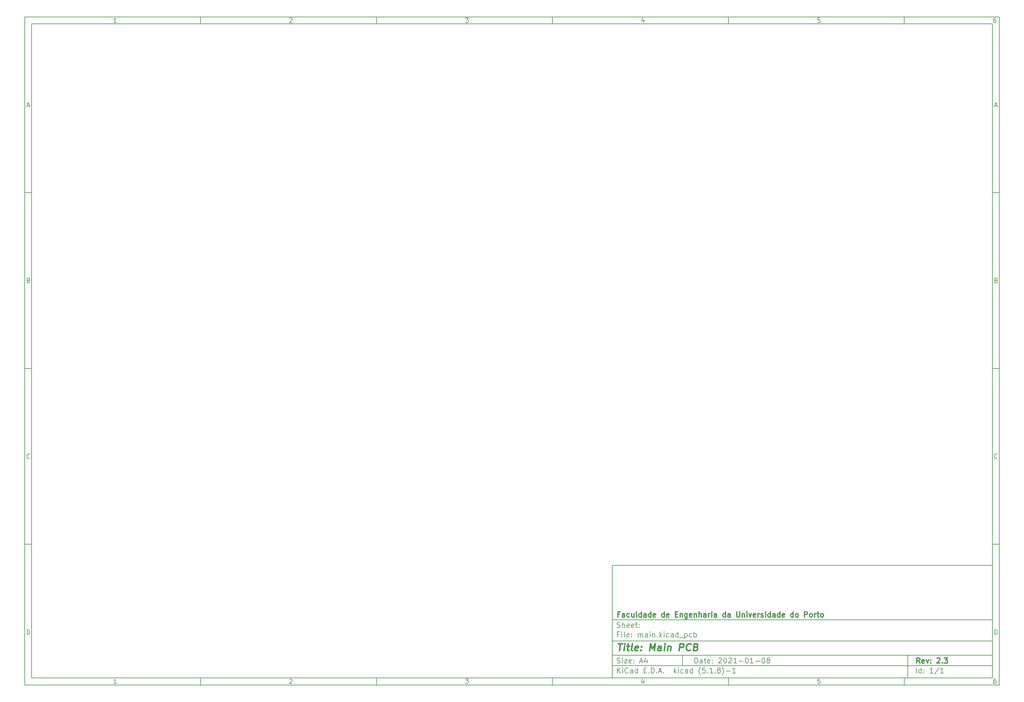
<source format=gbr>
%TF.GenerationSoftware,KiCad,Pcbnew,(5.1.8)-1*%
%TF.CreationDate,2021-01-08T10:56:16+00:00*%
%TF.ProjectId,main,6d61696e-2e6b-4696-9361-645f70636258,2.3*%
%TF.SameCoordinates,Original*%
%TF.FileFunction,Paste,Top*%
%TF.FilePolarity,Positive*%
%FSLAX46Y46*%
G04 Gerber Fmt 4.6, Leading zero omitted, Abs format (unit mm)*
G04 Created by KiCad (PCBNEW (5.1.8)-1) date 2021-01-08 10:56:16*
%MOMM*%
%LPD*%
G01*
G04 APERTURE LIST*
%ADD10C,0.100000*%
%ADD11C,0.150000*%
%ADD12C,0.300000*%
%ADD13C,0.400000*%
G04 APERTURE END LIST*
D10*
D11*
X177002200Y-166007200D02*
X177002200Y-198007200D01*
X285002200Y-198007200D01*
X285002200Y-166007200D01*
X177002200Y-166007200D01*
D10*
D11*
X10000000Y-10000000D02*
X10000000Y-200007200D01*
X287002200Y-200007200D01*
X287002200Y-10000000D01*
X10000000Y-10000000D01*
D10*
D11*
X12000000Y-12000000D02*
X12000000Y-198007200D01*
X285002200Y-198007200D01*
X285002200Y-12000000D01*
X12000000Y-12000000D01*
D10*
D11*
X60000000Y-12000000D02*
X60000000Y-10000000D01*
D10*
D11*
X110000000Y-12000000D02*
X110000000Y-10000000D01*
D10*
D11*
X160000000Y-12000000D02*
X160000000Y-10000000D01*
D10*
D11*
X210000000Y-12000000D02*
X210000000Y-10000000D01*
D10*
D11*
X260000000Y-12000000D02*
X260000000Y-10000000D01*
D10*
D11*
X36065476Y-11588095D02*
X35322619Y-11588095D01*
X35694047Y-11588095D02*
X35694047Y-10288095D01*
X35570238Y-10473809D01*
X35446428Y-10597619D01*
X35322619Y-10659523D01*
D10*
D11*
X85322619Y-10411904D02*
X85384523Y-10350000D01*
X85508333Y-10288095D01*
X85817857Y-10288095D01*
X85941666Y-10350000D01*
X86003571Y-10411904D01*
X86065476Y-10535714D01*
X86065476Y-10659523D01*
X86003571Y-10845238D01*
X85260714Y-11588095D01*
X86065476Y-11588095D01*
D10*
D11*
X135260714Y-10288095D02*
X136065476Y-10288095D01*
X135632142Y-10783333D01*
X135817857Y-10783333D01*
X135941666Y-10845238D01*
X136003571Y-10907142D01*
X136065476Y-11030952D01*
X136065476Y-11340476D01*
X136003571Y-11464285D01*
X135941666Y-11526190D01*
X135817857Y-11588095D01*
X135446428Y-11588095D01*
X135322619Y-11526190D01*
X135260714Y-11464285D01*
D10*
D11*
X185941666Y-10721428D02*
X185941666Y-11588095D01*
X185632142Y-10226190D02*
X185322619Y-11154761D01*
X186127380Y-11154761D01*
D10*
D11*
X236003571Y-10288095D02*
X235384523Y-10288095D01*
X235322619Y-10907142D01*
X235384523Y-10845238D01*
X235508333Y-10783333D01*
X235817857Y-10783333D01*
X235941666Y-10845238D01*
X236003571Y-10907142D01*
X236065476Y-11030952D01*
X236065476Y-11340476D01*
X236003571Y-11464285D01*
X235941666Y-11526190D01*
X235817857Y-11588095D01*
X235508333Y-11588095D01*
X235384523Y-11526190D01*
X235322619Y-11464285D01*
D10*
D11*
X285941666Y-10288095D02*
X285694047Y-10288095D01*
X285570238Y-10350000D01*
X285508333Y-10411904D01*
X285384523Y-10597619D01*
X285322619Y-10845238D01*
X285322619Y-11340476D01*
X285384523Y-11464285D01*
X285446428Y-11526190D01*
X285570238Y-11588095D01*
X285817857Y-11588095D01*
X285941666Y-11526190D01*
X286003571Y-11464285D01*
X286065476Y-11340476D01*
X286065476Y-11030952D01*
X286003571Y-10907142D01*
X285941666Y-10845238D01*
X285817857Y-10783333D01*
X285570238Y-10783333D01*
X285446428Y-10845238D01*
X285384523Y-10907142D01*
X285322619Y-11030952D01*
D10*
D11*
X60000000Y-198007200D02*
X60000000Y-200007200D01*
D10*
D11*
X110000000Y-198007200D02*
X110000000Y-200007200D01*
D10*
D11*
X160000000Y-198007200D02*
X160000000Y-200007200D01*
D10*
D11*
X210000000Y-198007200D02*
X210000000Y-200007200D01*
D10*
D11*
X260000000Y-198007200D02*
X260000000Y-200007200D01*
D10*
D11*
X36065476Y-199595295D02*
X35322619Y-199595295D01*
X35694047Y-199595295D02*
X35694047Y-198295295D01*
X35570238Y-198481009D01*
X35446428Y-198604819D01*
X35322619Y-198666723D01*
D10*
D11*
X85322619Y-198419104D02*
X85384523Y-198357200D01*
X85508333Y-198295295D01*
X85817857Y-198295295D01*
X85941666Y-198357200D01*
X86003571Y-198419104D01*
X86065476Y-198542914D01*
X86065476Y-198666723D01*
X86003571Y-198852438D01*
X85260714Y-199595295D01*
X86065476Y-199595295D01*
D10*
D11*
X135260714Y-198295295D02*
X136065476Y-198295295D01*
X135632142Y-198790533D01*
X135817857Y-198790533D01*
X135941666Y-198852438D01*
X136003571Y-198914342D01*
X136065476Y-199038152D01*
X136065476Y-199347676D01*
X136003571Y-199471485D01*
X135941666Y-199533390D01*
X135817857Y-199595295D01*
X135446428Y-199595295D01*
X135322619Y-199533390D01*
X135260714Y-199471485D01*
D10*
D11*
X185941666Y-198728628D02*
X185941666Y-199595295D01*
X185632142Y-198233390D02*
X185322619Y-199161961D01*
X186127380Y-199161961D01*
D10*
D11*
X236003571Y-198295295D02*
X235384523Y-198295295D01*
X235322619Y-198914342D01*
X235384523Y-198852438D01*
X235508333Y-198790533D01*
X235817857Y-198790533D01*
X235941666Y-198852438D01*
X236003571Y-198914342D01*
X236065476Y-199038152D01*
X236065476Y-199347676D01*
X236003571Y-199471485D01*
X235941666Y-199533390D01*
X235817857Y-199595295D01*
X235508333Y-199595295D01*
X235384523Y-199533390D01*
X235322619Y-199471485D01*
D10*
D11*
X285941666Y-198295295D02*
X285694047Y-198295295D01*
X285570238Y-198357200D01*
X285508333Y-198419104D01*
X285384523Y-198604819D01*
X285322619Y-198852438D01*
X285322619Y-199347676D01*
X285384523Y-199471485D01*
X285446428Y-199533390D01*
X285570238Y-199595295D01*
X285817857Y-199595295D01*
X285941666Y-199533390D01*
X286003571Y-199471485D01*
X286065476Y-199347676D01*
X286065476Y-199038152D01*
X286003571Y-198914342D01*
X285941666Y-198852438D01*
X285817857Y-198790533D01*
X285570238Y-198790533D01*
X285446428Y-198852438D01*
X285384523Y-198914342D01*
X285322619Y-199038152D01*
D10*
D11*
X10000000Y-60000000D02*
X12000000Y-60000000D01*
D10*
D11*
X10000000Y-110000000D02*
X12000000Y-110000000D01*
D10*
D11*
X10000000Y-160000000D02*
X12000000Y-160000000D01*
D10*
D11*
X10690476Y-35216666D02*
X11309523Y-35216666D01*
X10566666Y-35588095D02*
X11000000Y-34288095D01*
X11433333Y-35588095D01*
D10*
D11*
X11092857Y-84907142D02*
X11278571Y-84969047D01*
X11340476Y-85030952D01*
X11402380Y-85154761D01*
X11402380Y-85340476D01*
X11340476Y-85464285D01*
X11278571Y-85526190D01*
X11154761Y-85588095D01*
X10659523Y-85588095D01*
X10659523Y-84288095D01*
X11092857Y-84288095D01*
X11216666Y-84350000D01*
X11278571Y-84411904D01*
X11340476Y-84535714D01*
X11340476Y-84659523D01*
X11278571Y-84783333D01*
X11216666Y-84845238D01*
X11092857Y-84907142D01*
X10659523Y-84907142D01*
D10*
D11*
X11402380Y-135464285D02*
X11340476Y-135526190D01*
X11154761Y-135588095D01*
X11030952Y-135588095D01*
X10845238Y-135526190D01*
X10721428Y-135402380D01*
X10659523Y-135278571D01*
X10597619Y-135030952D01*
X10597619Y-134845238D01*
X10659523Y-134597619D01*
X10721428Y-134473809D01*
X10845238Y-134350000D01*
X11030952Y-134288095D01*
X11154761Y-134288095D01*
X11340476Y-134350000D01*
X11402380Y-134411904D01*
D10*
D11*
X10659523Y-185588095D02*
X10659523Y-184288095D01*
X10969047Y-184288095D01*
X11154761Y-184350000D01*
X11278571Y-184473809D01*
X11340476Y-184597619D01*
X11402380Y-184845238D01*
X11402380Y-185030952D01*
X11340476Y-185278571D01*
X11278571Y-185402380D01*
X11154761Y-185526190D01*
X10969047Y-185588095D01*
X10659523Y-185588095D01*
D10*
D11*
X287002200Y-60000000D02*
X285002200Y-60000000D01*
D10*
D11*
X287002200Y-110000000D02*
X285002200Y-110000000D01*
D10*
D11*
X287002200Y-160000000D02*
X285002200Y-160000000D01*
D10*
D11*
X285692676Y-35216666D02*
X286311723Y-35216666D01*
X285568866Y-35588095D02*
X286002200Y-34288095D01*
X286435533Y-35588095D01*
D10*
D11*
X286095057Y-84907142D02*
X286280771Y-84969047D01*
X286342676Y-85030952D01*
X286404580Y-85154761D01*
X286404580Y-85340476D01*
X286342676Y-85464285D01*
X286280771Y-85526190D01*
X286156961Y-85588095D01*
X285661723Y-85588095D01*
X285661723Y-84288095D01*
X286095057Y-84288095D01*
X286218866Y-84350000D01*
X286280771Y-84411904D01*
X286342676Y-84535714D01*
X286342676Y-84659523D01*
X286280771Y-84783333D01*
X286218866Y-84845238D01*
X286095057Y-84907142D01*
X285661723Y-84907142D01*
D10*
D11*
X286404580Y-135464285D02*
X286342676Y-135526190D01*
X286156961Y-135588095D01*
X286033152Y-135588095D01*
X285847438Y-135526190D01*
X285723628Y-135402380D01*
X285661723Y-135278571D01*
X285599819Y-135030952D01*
X285599819Y-134845238D01*
X285661723Y-134597619D01*
X285723628Y-134473809D01*
X285847438Y-134350000D01*
X286033152Y-134288095D01*
X286156961Y-134288095D01*
X286342676Y-134350000D01*
X286404580Y-134411904D01*
D10*
D11*
X285661723Y-185588095D02*
X285661723Y-184288095D01*
X285971247Y-184288095D01*
X286156961Y-184350000D01*
X286280771Y-184473809D01*
X286342676Y-184597619D01*
X286404580Y-184845238D01*
X286404580Y-185030952D01*
X286342676Y-185278571D01*
X286280771Y-185402380D01*
X286156961Y-185526190D01*
X285971247Y-185588095D01*
X285661723Y-185588095D01*
D10*
D11*
X200434342Y-193785771D02*
X200434342Y-192285771D01*
X200791485Y-192285771D01*
X201005771Y-192357200D01*
X201148628Y-192500057D01*
X201220057Y-192642914D01*
X201291485Y-192928628D01*
X201291485Y-193142914D01*
X201220057Y-193428628D01*
X201148628Y-193571485D01*
X201005771Y-193714342D01*
X200791485Y-193785771D01*
X200434342Y-193785771D01*
X202577200Y-193785771D02*
X202577200Y-193000057D01*
X202505771Y-192857200D01*
X202362914Y-192785771D01*
X202077200Y-192785771D01*
X201934342Y-192857200D01*
X202577200Y-193714342D02*
X202434342Y-193785771D01*
X202077200Y-193785771D01*
X201934342Y-193714342D01*
X201862914Y-193571485D01*
X201862914Y-193428628D01*
X201934342Y-193285771D01*
X202077200Y-193214342D01*
X202434342Y-193214342D01*
X202577200Y-193142914D01*
X203077200Y-192785771D02*
X203648628Y-192785771D01*
X203291485Y-192285771D02*
X203291485Y-193571485D01*
X203362914Y-193714342D01*
X203505771Y-193785771D01*
X203648628Y-193785771D01*
X204720057Y-193714342D02*
X204577200Y-193785771D01*
X204291485Y-193785771D01*
X204148628Y-193714342D01*
X204077200Y-193571485D01*
X204077200Y-193000057D01*
X204148628Y-192857200D01*
X204291485Y-192785771D01*
X204577200Y-192785771D01*
X204720057Y-192857200D01*
X204791485Y-193000057D01*
X204791485Y-193142914D01*
X204077200Y-193285771D01*
X205434342Y-193642914D02*
X205505771Y-193714342D01*
X205434342Y-193785771D01*
X205362914Y-193714342D01*
X205434342Y-193642914D01*
X205434342Y-193785771D01*
X205434342Y-192857200D02*
X205505771Y-192928628D01*
X205434342Y-193000057D01*
X205362914Y-192928628D01*
X205434342Y-192857200D01*
X205434342Y-193000057D01*
X207220057Y-192428628D02*
X207291485Y-192357200D01*
X207434342Y-192285771D01*
X207791485Y-192285771D01*
X207934342Y-192357200D01*
X208005771Y-192428628D01*
X208077200Y-192571485D01*
X208077200Y-192714342D01*
X208005771Y-192928628D01*
X207148628Y-193785771D01*
X208077200Y-193785771D01*
X209005771Y-192285771D02*
X209148628Y-192285771D01*
X209291485Y-192357200D01*
X209362914Y-192428628D01*
X209434342Y-192571485D01*
X209505771Y-192857200D01*
X209505771Y-193214342D01*
X209434342Y-193500057D01*
X209362914Y-193642914D01*
X209291485Y-193714342D01*
X209148628Y-193785771D01*
X209005771Y-193785771D01*
X208862914Y-193714342D01*
X208791485Y-193642914D01*
X208720057Y-193500057D01*
X208648628Y-193214342D01*
X208648628Y-192857200D01*
X208720057Y-192571485D01*
X208791485Y-192428628D01*
X208862914Y-192357200D01*
X209005771Y-192285771D01*
X210077200Y-192428628D02*
X210148628Y-192357200D01*
X210291485Y-192285771D01*
X210648628Y-192285771D01*
X210791485Y-192357200D01*
X210862914Y-192428628D01*
X210934342Y-192571485D01*
X210934342Y-192714342D01*
X210862914Y-192928628D01*
X210005771Y-193785771D01*
X210934342Y-193785771D01*
X212362914Y-193785771D02*
X211505771Y-193785771D01*
X211934342Y-193785771D02*
X211934342Y-192285771D01*
X211791485Y-192500057D01*
X211648628Y-192642914D01*
X211505771Y-192714342D01*
X213005771Y-193214342D02*
X214148628Y-193214342D01*
X215148628Y-192285771D02*
X215291485Y-192285771D01*
X215434342Y-192357200D01*
X215505771Y-192428628D01*
X215577200Y-192571485D01*
X215648628Y-192857200D01*
X215648628Y-193214342D01*
X215577200Y-193500057D01*
X215505771Y-193642914D01*
X215434342Y-193714342D01*
X215291485Y-193785771D01*
X215148628Y-193785771D01*
X215005771Y-193714342D01*
X214934342Y-193642914D01*
X214862914Y-193500057D01*
X214791485Y-193214342D01*
X214791485Y-192857200D01*
X214862914Y-192571485D01*
X214934342Y-192428628D01*
X215005771Y-192357200D01*
X215148628Y-192285771D01*
X217077200Y-193785771D02*
X216220057Y-193785771D01*
X216648628Y-193785771D02*
X216648628Y-192285771D01*
X216505771Y-192500057D01*
X216362914Y-192642914D01*
X216220057Y-192714342D01*
X217720057Y-193214342D02*
X218862914Y-193214342D01*
X219862914Y-192285771D02*
X220005771Y-192285771D01*
X220148628Y-192357200D01*
X220220057Y-192428628D01*
X220291485Y-192571485D01*
X220362914Y-192857200D01*
X220362914Y-193214342D01*
X220291485Y-193500057D01*
X220220057Y-193642914D01*
X220148628Y-193714342D01*
X220005771Y-193785771D01*
X219862914Y-193785771D01*
X219720057Y-193714342D01*
X219648628Y-193642914D01*
X219577200Y-193500057D01*
X219505771Y-193214342D01*
X219505771Y-192857200D01*
X219577200Y-192571485D01*
X219648628Y-192428628D01*
X219720057Y-192357200D01*
X219862914Y-192285771D01*
X221220057Y-192928628D02*
X221077200Y-192857200D01*
X221005771Y-192785771D01*
X220934342Y-192642914D01*
X220934342Y-192571485D01*
X221005771Y-192428628D01*
X221077200Y-192357200D01*
X221220057Y-192285771D01*
X221505771Y-192285771D01*
X221648628Y-192357200D01*
X221720057Y-192428628D01*
X221791485Y-192571485D01*
X221791485Y-192642914D01*
X221720057Y-192785771D01*
X221648628Y-192857200D01*
X221505771Y-192928628D01*
X221220057Y-192928628D01*
X221077200Y-193000057D01*
X221005771Y-193071485D01*
X220934342Y-193214342D01*
X220934342Y-193500057D01*
X221005771Y-193642914D01*
X221077200Y-193714342D01*
X221220057Y-193785771D01*
X221505771Y-193785771D01*
X221648628Y-193714342D01*
X221720057Y-193642914D01*
X221791485Y-193500057D01*
X221791485Y-193214342D01*
X221720057Y-193071485D01*
X221648628Y-193000057D01*
X221505771Y-192928628D01*
D10*
D11*
X177002200Y-194507200D02*
X285002200Y-194507200D01*
D10*
D11*
X178434342Y-196585771D02*
X178434342Y-195085771D01*
X179291485Y-196585771D02*
X178648628Y-195728628D01*
X179291485Y-195085771D02*
X178434342Y-195942914D01*
X179934342Y-196585771D02*
X179934342Y-195585771D01*
X179934342Y-195085771D02*
X179862914Y-195157200D01*
X179934342Y-195228628D01*
X180005771Y-195157200D01*
X179934342Y-195085771D01*
X179934342Y-195228628D01*
X181505771Y-196442914D02*
X181434342Y-196514342D01*
X181220057Y-196585771D01*
X181077200Y-196585771D01*
X180862914Y-196514342D01*
X180720057Y-196371485D01*
X180648628Y-196228628D01*
X180577200Y-195942914D01*
X180577200Y-195728628D01*
X180648628Y-195442914D01*
X180720057Y-195300057D01*
X180862914Y-195157200D01*
X181077200Y-195085771D01*
X181220057Y-195085771D01*
X181434342Y-195157200D01*
X181505771Y-195228628D01*
X182791485Y-196585771D02*
X182791485Y-195800057D01*
X182720057Y-195657200D01*
X182577200Y-195585771D01*
X182291485Y-195585771D01*
X182148628Y-195657200D01*
X182791485Y-196514342D02*
X182648628Y-196585771D01*
X182291485Y-196585771D01*
X182148628Y-196514342D01*
X182077200Y-196371485D01*
X182077200Y-196228628D01*
X182148628Y-196085771D01*
X182291485Y-196014342D01*
X182648628Y-196014342D01*
X182791485Y-195942914D01*
X184148628Y-196585771D02*
X184148628Y-195085771D01*
X184148628Y-196514342D02*
X184005771Y-196585771D01*
X183720057Y-196585771D01*
X183577200Y-196514342D01*
X183505771Y-196442914D01*
X183434342Y-196300057D01*
X183434342Y-195871485D01*
X183505771Y-195728628D01*
X183577200Y-195657200D01*
X183720057Y-195585771D01*
X184005771Y-195585771D01*
X184148628Y-195657200D01*
X186005771Y-195800057D02*
X186505771Y-195800057D01*
X186720057Y-196585771D02*
X186005771Y-196585771D01*
X186005771Y-195085771D01*
X186720057Y-195085771D01*
X187362914Y-196442914D02*
X187434342Y-196514342D01*
X187362914Y-196585771D01*
X187291485Y-196514342D01*
X187362914Y-196442914D01*
X187362914Y-196585771D01*
X188077200Y-196585771D02*
X188077200Y-195085771D01*
X188434342Y-195085771D01*
X188648628Y-195157200D01*
X188791485Y-195300057D01*
X188862914Y-195442914D01*
X188934342Y-195728628D01*
X188934342Y-195942914D01*
X188862914Y-196228628D01*
X188791485Y-196371485D01*
X188648628Y-196514342D01*
X188434342Y-196585771D01*
X188077200Y-196585771D01*
X189577200Y-196442914D02*
X189648628Y-196514342D01*
X189577200Y-196585771D01*
X189505771Y-196514342D01*
X189577200Y-196442914D01*
X189577200Y-196585771D01*
X190220057Y-196157200D02*
X190934342Y-196157200D01*
X190077200Y-196585771D02*
X190577200Y-195085771D01*
X191077200Y-196585771D01*
X191577200Y-196442914D02*
X191648628Y-196514342D01*
X191577200Y-196585771D01*
X191505771Y-196514342D01*
X191577200Y-196442914D01*
X191577200Y-196585771D01*
X194577200Y-196585771D02*
X194577200Y-195085771D01*
X194720057Y-196014342D02*
X195148628Y-196585771D01*
X195148628Y-195585771D02*
X194577200Y-196157200D01*
X195791485Y-196585771D02*
X195791485Y-195585771D01*
X195791485Y-195085771D02*
X195720057Y-195157200D01*
X195791485Y-195228628D01*
X195862914Y-195157200D01*
X195791485Y-195085771D01*
X195791485Y-195228628D01*
X197148628Y-196514342D02*
X197005771Y-196585771D01*
X196720057Y-196585771D01*
X196577200Y-196514342D01*
X196505771Y-196442914D01*
X196434342Y-196300057D01*
X196434342Y-195871485D01*
X196505771Y-195728628D01*
X196577200Y-195657200D01*
X196720057Y-195585771D01*
X197005771Y-195585771D01*
X197148628Y-195657200D01*
X198434342Y-196585771D02*
X198434342Y-195800057D01*
X198362914Y-195657200D01*
X198220057Y-195585771D01*
X197934342Y-195585771D01*
X197791485Y-195657200D01*
X198434342Y-196514342D02*
X198291485Y-196585771D01*
X197934342Y-196585771D01*
X197791485Y-196514342D01*
X197720057Y-196371485D01*
X197720057Y-196228628D01*
X197791485Y-196085771D01*
X197934342Y-196014342D01*
X198291485Y-196014342D01*
X198434342Y-195942914D01*
X199791485Y-196585771D02*
X199791485Y-195085771D01*
X199791485Y-196514342D02*
X199648628Y-196585771D01*
X199362914Y-196585771D01*
X199220057Y-196514342D01*
X199148628Y-196442914D01*
X199077200Y-196300057D01*
X199077200Y-195871485D01*
X199148628Y-195728628D01*
X199220057Y-195657200D01*
X199362914Y-195585771D01*
X199648628Y-195585771D01*
X199791485Y-195657200D01*
X202077200Y-197157200D02*
X202005771Y-197085771D01*
X201862914Y-196871485D01*
X201791485Y-196728628D01*
X201720057Y-196514342D01*
X201648628Y-196157200D01*
X201648628Y-195871485D01*
X201720057Y-195514342D01*
X201791485Y-195300057D01*
X201862914Y-195157200D01*
X202005771Y-194942914D01*
X202077200Y-194871485D01*
X203362914Y-195085771D02*
X202648628Y-195085771D01*
X202577200Y-195800057D01*
X202648628Y-195728628D01*
X202791485Y-195657200D01*
X203148628Y-195657200D01*
X203291485Y-195728628D01*
X203362914Y-195800057D01*
X203434342Y-195942914D01*
X203434342Y-196300057D01*
X203362914Y-196442914D01*
X203291485Y-196514342D01*
X203148628Y-196585771D01*
X202791485Y-196585771D01*
X202648628Y-196514342D01*
X202577200Y-196442914D01*
X204077200Y-196442914D02*
X204148628Y-196514342D01*
X204077200Y-196585771D01*
X204005771Y-196514342D01*
X204077200Y-196442914D01*
X204077200Y-196585771D01*
X205577200Y-196585771D02*
X204720057Y-196585771D01*
X205148628Y-196585771D02*
X205148628Y-195085771D01*
X205005771Y-195300057D01*
X204862914Y-195442914D01*
X204720057Y-195514342D01*
X206220057Y-196442914D02*
X206291485Y-196514342D01*
X206220057Y-196585771D01*
X206148628Y-196514342D01*
X206220057Y-196442914D01*
X206220057Y-196585771D01*
X207148628Y-195728628D02*
X207005771Y-195657200D01*
X206934342Y-195585771D01*
X206862914Y-195442914D01*
X206862914Y-195371485D01*
X206934342Y-195228628D01*
X207005771Y-195157200D01*
X207148628Y-195085771D01*
X207434342Y-195085771D01*
X207577200Y-195157200D01*
X207648628Y-195228628D01*
X207720057Y-195371485D01*
X207720057Y-195442914D01*
X207648628Y-195585771D01*
X207577200Y-195657200D01*
X207434342Y-195728628D01*
X207148628Y-195728628D01*
X207005771Y-195800057D01*
X206934342Y-195871485D01*
X206862914Y-196014342D01*
X206862914Y-196300057D01*
X206934342Y-196442914D01*
X207005771Y-196514342D01*
X207148628Y-196585771D01*
X207434342Y-196585771D01*
X207577200Y-196514342D01*
X207648628Y-196442914D01*
X207720057Y-196300057D01*
X207720057Y-196014342D01*
X207648628Y-195871485D01*
X207577200Y-195800057D01*
X207434342Y-195728628D01*
X208220057Y-197157200D02*
X208291485Y-197085771D01*
X208434342Y-196871485D01*
X208505771Y-196728628D01*
X208577200Y-196514342D01*
X208648628Y-196157200D01*
X208648628Y-195871485D01*
X208577200Y-195514342D01*
X208505771Y-195300057D01*
X208434342Y-195157200D01*
X208291485Y-194942914D01*
X208220057Y-194871485D01*
X209362914Y-196014342D02*
X210505771Y-196014342D01*
X212005771Y-196585771D02*
X211148628Y-196585771D01*
X211577200Y-196585771D02*
X211577200Y-195085771D01*
X211434342Y-195300057D01*
X211291485Y-195442914D01*
X211148628Y-195514342D01*
D10*
D11*
X177002200Y-191507200D02*
X285002200Y-191507200D01*
D10*
D12*
X264411485Y-193785771D02*
X263911485Y-193071485D01*
X263554342Y-193785771D02*
X263554342Y-192285771D01*
X264125771Y-192285771D01*
X264268628Y-192357200D01*
X264340057Y-192428628D01*
X264411485Y-192571485D01*
X264411485Y-192785771D01*
X264340057Y-192928628D01*
X264268628Y-193000057D01*
X264125771Y-193071485D01*
X263554342Y-193071485D01*
X265625771Y-193714342D02*
X265482914Y-193785771D01*
X265197200Y-193785771D01*
X265054342Y-193714342D01*
X264982914Y-193571485D01*
X264982914Y-193000057D01*
X265054342Y-192857200D01*
X265197200Y-192785771D01*
X265482914Y-192785771D01*
X265625771Y-192857200D01*
X265697200Y-193000057D01*
X265697200Y-193142914D01*
X264982914Y-193285771D01*
X266197200Y-192785771D02*
X266554342Y-193785771D01*
X266911485Y-192785771D01*
X267482914Y-193642914D02*
X267554342Y-193714342D01*
X267482914Y-193785771D01*
X267411485Y-193714342D01*
X267482914Y-193642914D01*
X267482914Y-193785771D01*
X267482914Y-192857200D02*
X267554342Y-192928628D01*
X267482914Y-193000057D01*
X267411485Y-192928628D01*
X267482914Y-192857200D01*
X267482914Y-193000057D01*
X269268628Y-192428628D02*
X269340057Y-192357200D01*
X269482914Y-192285771D01*
X269840057Y-192285771D01*
X269982914Y-192357200D01*
X270054342Y-192428628D01*
X270125771Y-192571485D01*
X270125771Y-192714342D01*
X270054342Y-192928628D01*
X269197200Y-193785771D01*
X270125771Y-193785771D01*
X270768628Y-193642914D02*
X270840057Y-193714342D01*
X270768628Y-193785771D01*
X270697200Y-193714342D01*
X270768628Y-193642914D01*
X270768628Y-193785771D01*
X271340057Y-192285771D02*
X272268628Y-192285771D01*
X271768628Y-192857200D01*
X271982914Y-192857200D01*
X272125771Y-192928628D01*
X272197200Y-193000057D01*
X272268628Y-193142914D01*
X272268628Y-193500057D01*
X272197200Y-193642914D01*
X272125771Y-193714342D01*
X271982914Y-193785771D01*
X271554342Y-193785771D01*
X271411485Y-193714342D01*
X271340057Y-193642914D01*
D10*
D11*
X178362914Y-193714342D02*
X178577200Y-193785771D01*
X178934342Y-193785771D01*
X179077200Y-193714342D01*
X179148628Y-193642914D01*
X179220057Y-193500057D01*
X179220057Y-193357200D01*
X179148628Y-193214342D01*
X179077200Y-193142914D01*
X178934342Y-193071485D01*
X178648628Y-193000057D01*
X178505771Y-192928628D01*
X178434342Y-192857200D01*
X178362914Y-192714342D01*
X178362914Y-192571485D01*
X178434342Y-192428628D01*
X178505771Y-192357200D01*
X178648628Y-192285771D01*
X179005771Y-192285771D01*
X179220057Y-192357200D01*
X179862914Y-193785771D02*
X179862914Y-192785771D01*
X179862914Y-192285771D02*
X179791485Y-192357200D01*
X179862914Y-192428628D01*
X179934342Y-192357200D01*
X179862914Y-192285771D01*
X179862914Y-192428628D01*
X180434342Y-192785771D02*
X181220057Y-192785771D01*
X180434342Y-193785771D01*
X181220057Y-193785771D01*
X182362914Y-193714342D02*
X182220057Y-193785771D01*
X181934342Y-193785771D01*
X181791485Y-193714342D01*
X181720057Y-193571485D01*
X181720057Y-193000057D01*
X181791485Y-192857200D01*
X181934342Y-192785771D01*
X182220057Y-192785771D01*
X182362914Y-192857200D01*
X182434342Y-193000057D01*
X182434342Y-193142914D01*
X181720057Y-193285771D01*
X183077200Y-193642914D02*
X183148628Y-193714342D01*
X183077200Y-193785771D01*
X183005771Y-193714342D01*
X183077200Y-193642914D01*
X183077200Y-193785771D01*
X183077200Y-192857200D02*
X183148628Y-192928628D01*
X183077200Y-193000057D01*
X183005771Y-192928628D01*
X183077200Y-192857200D01*
X183077200Y-193000057D01*
X184862914Y-193357200D02*
X185577200Y-193357200D01*
X184720057Y-193785771D02*
X185220057Y-192285771D01*
X185720057Y-193785771D01*
X186862914Y-192785771D02*
X186862914Y-193785771D01*
X186505771Y-192214342D02*
X186148628Y-193285771D01*
X187077200Y-193285771D01*
D10*
D11*
X263434342Y-196585771D02*
X263434342Y-195085771D01*
X264791485Y-196585771D02*
X264791485Y-195085771D01*
X264791485Y-196514342D02*
X264648628Y-196585771D01*
X264362914Y-196585771D01*
X264220057Y-196514342D01*
X264148628Y-196442914D01*
X264077200Y-196300057D01*
X264077200Y-195871485D01*
X264148628Y-195728628D01*
X264220057Y-195657200D01*
X264362914Y-195585771D01*
X264648628Y-195585771D01*
X264791485Y-195657200D01*
X265505771Y-196442914D02*
X265577200Y-196514342D01*
X265505771Y-196585771D01*
X265434342Y-196514342D01*
X265505771Y-196442914D01*
X265505771Y-196585771D01*
X265505771Y-195657200D02*
X265577200Y-195728628D01*
X265505771Y-195800057D01*
X265434342Y-195728628D01*
X265505771Y-195657200D01*
X265505771Y-195800057D01*
X268148628Y-196585771D02*
X267291485Y-196585771D01*
X267720057Y-196585771D02*
X267720057Y-195085771D01*
X267577200Y-195300057D01*
X267434342Y-195442914D01*
X267291485Y-195514342D01*
X269862914Y-195014342D02*
X268577200Y-196942914D01*
X271148628Y-196585771D02*
X270291485Y-196585771D01*
X270720057Y-196585771D02*
X270720057Y-195085771D01*
X270577200Y-195300057D01*
X270434342Y-195442914D01*
X270291485Y-195514342D01*
D10*
D11*
X177002200Y-187507200D02*
X285002200Y-187507200D01*
D10*
D13*
X178714580Y-188211961D02*
X179857438Y-188211961D01*
X179036009Y-190211961D02*
X179286009Y-188211961D01*
X180274104Y-190211961D02*
X180440771Y-188878628D01*
X180524104Y-188211961D02*
X180416961Y-188307200D01*
X180500295Y-188402438D01*
X180607438Y-188307200D01*
X180524104Y-188211961D01*
X180500295Y-188402438D01*
X181107438Y-188878628D02*
X181869342Y-188878628D01*
X181476485Y-188211961D02*
X181262200Y-189926247D01*
X181333628Y-190116723D01*
X181512200Y-190211961D01*
X181702676Y-190211961D01*
X182655057Y-190211961D02*
X182476485Y-190116723D01*
X182405057Y-189926247D01*
X182619342Y-188211961D01*
X184190771Y-190116723D02*
X183988390Y-190211961D01*
X183607438Y-190211961D01*
X183428866Y-190116723D01*
X183357438Y-189926247D01*
X183452676Y-189164342D01*
X183571723Y-188973866D01*
X183774104Y-188878628D01*
X184155057Y-188878628D01*
X184333628Y-188973866D01*
X184405057Y-189164342D01*
X184381247Y-189354819D01*
X183405057Y-189545295D01*
X185155057Y-190021485D02*
X185238390Y-190116723D01*
X185131247Y-190211961D01*
X185047914Y-190116723D01*
X185155057Y-190021485D01*
X185131247Y-190211961D01*
X185286009Y-188973866D02*
X185369342Y-189069104D01*
X185262200Y-189164342D01*
X185178866Y-189069104D01*
X185286009Y-188973866D01*
X185262200Y-189164342D01*
X187607438Y-190211961D02*
X187857438Y-188211961D01*
X188345533Y-189640533D01*
X189190771Y-188211961D01*
X188940771Y-190211961D01*
X190750295Y-190211961D02*
X190881247Y-189164342D01*
X190809819Y-188973866D01*
X190631247Y-188878628D01*
X190250295Y-188878628D01*
X190047914Y-188973866D01*
X190762200Y-190116723D02*
X190559819Y-190211961D01*
X190083628Y-190211961D01*
X189905057Y-190116723D01*
X189833628Y-189926247D01*
X189857438Y-189735771D01*
X189976485Y-189545295D01*
X190178866Y-189450057D01*
X190655057Y-189450057D01*
X190857438Y-189354819D01*
X191702676Y-190211961D02*
X191869342Y-188878628D01*
X191952676Y-188211961D02*
X191845533Y-188307200D01*
X191928866Y-188402438D01*
X192036009Y-188307200D01*
X191952676Y-188211961D01*
X191928866Y-188402438D01*
X192821723Y-188878628D02*
X192655057Y-190211961D01*
X192797914Y-189069104D02*
X192905057Y-188973866D01*
X193107438Y-188878628D01*
X193393152Y-188878628D01*
X193571723Y-188973866D01*
X193643152Y-189164342D01*
X193512200Y-190211961D01*
X195988390Y-190211961D02*
X196238390Y-188211961D01*
X197000295Y-188211961D01*
X197178866Y-188307200D01*
X197262200Y-188402438D01*
X197333628Y-188592914D01*
X197297914Y-188878628D01*
X197178866Y-189069104D01*
X197071723Y-189164342D01*
X196869342Y-189259580D01*
X196107438Y-189259580D01*
X199155057Y-190021485D02*
X199047914Y-190116723D01*
X198750295Y-190211961D01*
X198559819Y-190211961D01*
X198286009Y-190116723D01*
X198119342Y-189926247D01*
X198047914Y-189735771D01*
X198000295Y-189354819D01*
X198036009Y-189069104D01*
X198178866Y-188688152D01*
X198297914Y-188497676D01*
X198512200Y-188307200D01*
X198809819Y-188211961D01*
X199000295Y-188211961D01*
X199274104Y-188307200D01*
X199357438Y-188402438D01*
X200786009Y-189164342D02*
X201059819Y-189259580D01*
X201143152Y-189354819D01*
X201214580Y-189545295D01*
X201178866Y-189831009D01*
X201059819Y-190021485D01*
X200952676Y-190116723D01*
X200750295Y-190211961D01*
X199988390Y-190211961D01*
X200238390Y-188211961D01*
X200905057Y-188211961D01*
X201083628Y-188307200D01*
X201166961Y-188402438D01*
X201238390Y-188592914D01*
X201214580Y-188783390D01*
X201095533Y-188973866D01*
X200988390Y-189069104D01*
X200786009Y-189164342D01*
X200119342Y-189164342D01*
D10*
D11*
X178934342Y-185600057D02*
X178434342Y-185600057D01*
X178434342Y-186385771D02*
X178434342Y-184885771D01*
X179148628Y-184885771D01*
X179720057Y-186385771D02*
X179720057Y-185385771D01*
X179720057Y-184885771D02*
X179648628Y-184957200D01*
X179720057Y-185028628D01*
X179791485Y-184957200D01*
X179720057Y-184885771D01*
X179720057Y-185028628D01*
X180648628Y-186385771D02*
X180505771Y-186314342D01*
X180434342Y-186171485D01*
X180434342Y-184885771D01*
X181791485Y-186314342D02*
X181648628Y-186385771D01*
X181362914Y-186385771D01*
X181220057Y-186314342D01*
X181148628Y-186171485D01*
X181148628Y-185600057D01*
X181220057Y-185457200D01*
X181362914Y-185385771D01*
X181648628Y-185385771D01*
X181791485Y-185457200D01*
X181862914Y-185600057D01*
X181862914Y-185742914D01*
X181148628Y-185885771D01*
X182505771Y-186242914D02*
X182577200Y-186314342D01*
X182505771Y-186385771D01*
X182434342Y-186314342D01*
X182505771Y-186242914D01*
X182505771Y-186385771D01*
X182505771Y-185457200D02*
X182577200Y-185528628D01*
X182505771Y-185600057D01*
X182434342Y-185528628D01*
X182505771Y-185457200D01*
X182505771Y-185600057D01*
X184362914Y-186385771D02*
X184362914Y-185385771D01*
X184362914Y-185528628D02*
X184434342Y-185457200D01*
X184577200Y-185385771D01*
X184791485Y-185385771D01*
X184934342Y-185457200D01*
X185005771Y-185600057D01*
X185005771Y-186385771D01*
X185005771Y-185600057D02*
X185077200Y-185457200D01*
X185220057Y-185385771D01*
X185434342Y-185385771D01*
X185577200Y-185457200D01*
X185648628Y-185600057D01*
X185648628Y-186385771D01*
X187005771Y-186385771D02*
X187005771Y-185600057D01*
X186934342Y-185457200D01*
X186791485Y-185385771D01*
X186505771Y-185385771D01*
X186362914Y-185457200D01*
X187005771Y-186314342D02*
X186862914Y-186385771D01*
X186505771Y-186385771D01*
X186362914Y-186314342D01*
X186291485Y-186171485D01*
X186291485Y-186028628D01*
X186362914Y-185885771D01*
X186505771Y-185814342D01*
X186862914Y-185814342D01*
X187005771Y-185742914D01*
X187720057Y-186385771D02*
X187720057Y-185385771D01*
X187720057Y-184885771D02*
X187648628Y-184957200D01*
X187720057Y-185028628D01*
X187791485Y-184957200D01*
X187720057Y-184885771D01*
X187720057Y-185028628D01*
X188434342Y-185385771D02*
X188434342Y-186385771D01*
X188434342Y-185528628D02*
X188505771Y-185457200D01*
X188648628Y-185385771D01*
X188862914Y-185385771D01*
X189005771Y-185457200D01*
X189077200Y-185600057D01*
X189077200Y-186385771D01*
X189791485Y-186242914D02*
X189862914Y-186314342D01*
X189791485Y-186385771D01*
X189720057Y-186314342D01*
X189791485Y-186242914D01*
X189791485Y-186385771D01*
X190505771Y-186385771D02*
X190505771Y-184885771D01*
X190648628Y-185814342D02*
X191077200Y-186385771D01*
X191077200Y-185385771D02*
X190505771Y-185957200D01*
X191720057Y-186385771D02*
X191720057Y-185385771D01*
X191720057Y-184885771D02*
X191648628Y-184957200D01*
X191720057Y-185028628D01*
X191791485Y-184957200D01*
X191720057Y-184885771D01*
X191720057Y-185028628D01*
X193077200Y-186314342D02*
X192934342Y-186385771D01*
X192648628Y-186385771D01*
X192505771Y-186314342D01*
X192434342Y-186242914D01*
X192362914Y-186100057D01*
X192362914Y-185671485D01*
X192434342Y-185528628D01*
X192505771Y-185457200D01*
X192648628Y-185385771D01*
X192934342Y-185385771D01*
X193077200Y-185457200D01*
X194362914Y-186385771D02*
X194362914Y-185600057D01*
X194291485Y-185457200D01*
X194148628Y-185385771D01*
X193862914Y-185385771D01*
X193720057Y-185457200D01*
X194362914Y-186314342D02*
X194220057Y-186385771D01*
X193862914Y-186385771D01*
X193720057Y-186314342D01*
X193648628Y-186171485D01*
X193648628Y-186028628D01*
X193720057Y-185885771D01*
X193862914Y-185814342D01*
X194220057Y-185814342D01*
X194362914Y-185742914D01*
X195720057Y-186385771D02*
X195720057Y-184885771D01*
X195720057Y-186314342D02*
X195577200Y-186385771D01*
X195291485Y-186385771D01*
X195148628Y-186314342D01*
X195077200Y-186242914D01*
X195005771Y-186100057D01*
X195005771Y-185671485D01*
X195077200Y-185528628D01*
X195148628Y-185457200D01*
X195291485Y-185385771D01*
X195577200Y-185385771D01*
X195720057Y-185457200D01*
X196077200Y-186528628D02*
X197220057Y-186528628D01*
X197577200Y-185385771D02*
X197577200Y-186885771D01*
X197577200Y-185457200D02*
X197720057Y-185385771D01*
X198005771Y-185385771D01*
X198148628Y-185457200D01*
X198220057Y-185528628D01*
X198291485Y-185671485D01*
X198291485Y-186100057D01*
X198220057Y-186242914D01*
X198148628Y-186314342D01*
X198005771Y-186385771D01*
X197720057Y-186385771D01*
X197577200Y-186314342D01*
X199577200Y-186314342D02*
X199434342Y-186385771D01*
X199148628Y-186385771D01*
X199005771Y-186314342D01*
X198934342Y-186242914D01*
X198862914Y-186100057D01*
X198862914Y-185671485D01*
X198934342Y-185528628D01*
X199005771Y-185457200D01*
X199148628Y-185385771D01*
X199434342Y-185385771D01*
X199577200Y-185457200D01*
X200220057Y-186385771D02*
X200220057Y-184885771D01*
X200220057Y-185457200D02*
X200362914Y-185385771D01*
X200648628Y-185385771D01*
X200791485Y-185457200D01*
X200862914Y-185528628D01*
X200934342Y-185671485D01*
X200934342Y-186100057D01*
X200862914Y-186242914D01*
X200791485Y-186314342D01*
X200648628Y-186385771D01*
X200362914Y-186385771D01*
X200220057Y-186314342D01*
D10*
D11*
X177002200Y-181507200D02*
X285002200Y-181507200D01*
D10*
D11*
X178362914Y-183614342D02*
X178577200Y-183685771D01*
X178934342Y-183685771D01*
X179077200Y-183614342D01*
X179148628Y-183542914D01*
X179220057Y-183400057D01*
X179220057Y-183257200D01*
X179148628Y-183114342D01*
X179077200Y-183042914D01*
X178934342Y-182971485D01*
X178648628Y-182900057D01*
X178505771Y-182828628D01*
X178434342Y-182757200D01*
X178362914Y-182614342D01*
X178362914Y-182471485D01*
X178434342Y-182328628D01*
X178505771Y-182257200D01*
X178648628Y-182185771D01*
X179005771Y-182185771D01*
X179220057Y-182257200D01*
X179862914Y-183685771D02*
X179862914Y-182185771D01*
X180505771Y-183685771D02*
X180505771Y-182900057D01*
X180434342Y-182757200D01*
X180291485Y-182685771D01*
X180077200Y-182685771D01*
X179934342Y-182757200D01*
X179862914Y-182828628D01*
X181791485Y-183614342D02*
X181648628Y-183685771D01*
X181362914Y-183685771D01*
X181220057Y-183614342D01*
X181148628Y-183471485D01*
X181148628Y-182900057D01*
X181220057Y-182757200D01*
X181362914Y-182685771D01*
X181648628Y-182685771D01*
X181791485Y-182757200D01*
X181862914Y-182900057D01*
X181862914Y-183042914D01*
X181148628Y-183185771D01*
X183077200Y-183614342D02*
X182934342Y-183685771D01*
X182648628Y-183685771D01*
X182505771Y-183614342D01*
X182434342Y-183471485D01*
X182434342Y-182900057D01*
X182505771Y-182757200D01*
X182648628Y-182685771D01*
X182934342Y-182685771D01*
X183077200Y-182757200D01*
X183148628Y-182900057D01*
X183148628Y-183042914D01*
X182434342Y-183185771D01*
X183577200Y-182685771D02*
X184148628Y-182685771D01*
X183791485Y-182185771D02*
X183791485Y-183471485D01*
X183862914Y-183614342D01*
X184005771Y-183685771D01*
X184148628Y-183685771D01*
X184648628Y-183542914D02*
X184720057Y-183614342D01*
X184648628Y-183685771D01*
X184577200Y-183614342D01*
X184648628Y-183542914D01*
X184648628Y-183685771D01*
X184648628Y-182757200D02*
X184720057Y-182828628D01*
X184648628Y-182900057D01*
X184577200Y-182828628D01*
X184648628Y-182757200D01*
X184648628Y-182900057D01*
D10*
D12*
X179054342Y-179900057D02*
X178554342Y-179900057D01*
X178554342Y-180685771D02*
X178554342Y-179185771D01*
X179268628Y-179185771D01*
X180482914Y-180685771D02*
X180482914Y-179900057D01*
X180411485Y-179757200D01*
X180268628Y-179685771D01*
X179982914Y-179685771D01*
X179840057Y-179757200D01*
X180482914Y-180614342D02*
X180340057Y-180685771D01*
X179982914Y-180685771D01*
X179840057Y-180614342D01*
X179768628Y-180471485D01*
X179768628Y-180328628D01*
X179840057Y-180185771D01*
X179982914Y-180114342D01*
X180340057Y-180114342D01*
X180482914Y-180042914D01*
X181840057Y-180614342D02*
X181697200Y-180685771D01*
X181411485Y-180685771D01*
X181268628Y-180614342D01*
X181197200Y-180542914D01*
X181125771Y-180400057D01*
X181125771Y-179971485D01*
X181197200Y-179828628D01*
X181268628Y-179757200D01*
X181411485Y-179685771D01*
X181697200Y-179685771D01*
X181840057Y-179757200D01*
X183125771Y-179685771D02*
X183125771Y-180685771D01*
X182482914Y-179685771D02*
X182482914Y-180471485D01*
X182554342Y-180614342D01*
X182697200Y-180685771D01*
X182911485Y-180685771D01*
X183054342Y-180614342D01*
X183125771Y-180542914D01*
X184054342Y-180685771D02*
X183911485Y-180614342D01*
X183840057Y-180471485D01*
X183840057Y-179185771D01*
X185268628Y-180685771D02*
X185268628Y-179185771D01*
X185268628Y-180614342D02*
X185125771Y-180685771D01*
X184840057Y-180685771D01*
X184697200Y-180614342D01*
X184625771Y-180542914D01*
X184554342Y-180400057D01*
X184554342Y-179971485D01*
X184625771Y-179828628D01*
X184697200Y-179757200D01*
X184840057Y-179685771D01*
X185125771Y-179685771D01*
X185268628Y-179757200D01*
X186625771Y-180685771D02*
X186625771Y-179900057D01*
X186554342Y-179757200D01*
X186411485Y-179685771D01*
X186125771Y-179685771D01*
X185982914Y-179757200D01*
X186625771Y-180614342D02*
X186482914Y-180685771D01*
X186125771Y-180685771D01*
X185982914Y-180614342D01*
X185911485Y-180471485D01*
X185911485Y-180328628D01*
X185982914Y-180185771D01*
X186125771Y-180114342D01*
X186482914Y-180114342D01*
X186625771Y-180042914D01*
X187982914Y-180685771D02*
X187982914Y-179185771D01*
X187982914Y-180614342D02*
X187840057Y-180685771D01*
X187554342Y-180685771D01*
X187411485Y-180614342D01*
X187340057Y-180542914D01*
X187268628Y-180400057D01*
X187268628Y-179971485D01*
X187340057Y-179828628D01*
X187411485Y-179757200D01*
X187554342Y-179685771D01*
X187840057Y-179685771D01*
X187982914Y-179757200D01*
X189268628Y-180614342D02*
X189125771Y-180685771D01*
X188840057Y-180685771D01*
X188697200Y-180614342D01*
X188625771Y-180471485D01*
X188625771Y-179900057D01*
X188697200Y-179757200D01*
X188840057Y-179685771D01*
X189125771Y-179685771D01*
X189268628Y-179757200D01*
X189340057Y-179900057D01*
X189340057Y-180042914D01*
X188625771Y-180185771D01*
X191768628Y-180685771D02*
X191768628Y-179185771D01*
X191768628Y-180614342D02*
X191625771Y-180685771D01*
X191340057Y-180685771D01*
X191197200Y-180614342D01*
X191125771Y-180542914D01*
X191054342Y-180400057D01*
X191054342Y-179971485D01*
X191125771Y-179828628D01*
X191197200Y-179757200D01*
X191340057Y-179685771D01*
X191625771Y-179685771D01*
X191768628Y-179757200D01*
X193054342Y-180614342D02*
X192911485Y-180685771D01*
X192625771Y-180685771D01*
X192482914Y-180614342D01*
X192411485Y-180471485D01*
X192411485Y-179900057D01*
X192482914Y-179757200D01*
X192625771Y-179685771D01*
X192911485Y-179685771D01*
X193054342Y-179757200D01*
X193125771Y-179900057D01*
X193125771Y-180042914D01*
X192411485Y-180185771D01*
X194911485Y-179900057D02*
X195411485Y-179900057D01*
X195625771Y-180685771D02*
X194911485Y-180685771D01*
X194911485Y-179185771D01*
X195625771Y-179185771D01*
X196268628Y-179685771D02*
X196268628Y-180685771D01*
X196268628Y-179828628D02*
X196340057Y-179757200D01*
X196482914Y-179685771D01*
X196697200Y-179685771D01*
X196840057Y-179757200D01*
X196911485Y-179900057D01*
X196911485Y-180685771D01*
X198268628Y-179685771D02*
X198268628Y-180900057D01*
X198197200Y-181042914D01*
X198125771Y-181114342D01*
X197982914Y-181185771D01*
X197768628Y-181185771D01*
X197625771Y-181114342D01*
X198268628Y-180614342D02*
X198125771Y-180685771D01*
X197840057Y-180685771D01*
X197697200Y-180614342D01*
X197625771Y-180542914D01*
X197554342Y-180400057D01*
X197554342Y-179971485D01*
X197625771Y-179828628D01*
X197697200Y-179757200D01*
X197840057Y-179685771D01*
X198125771Y-179685771D01*
X198268628Y-179757200D01*
X199554342Y-180614342D02*
X199411485Y-180685771D01*
X199125771Y-180685771D01*
X198982914Y-180614342D01*
X198911485Y-180471485D01*
X198911485Y-179900057D01*
X198982914Y-179757200D01*
X199125771Y-179685771D01*
X199411485Y-179685771D01*
X199554342Y-179757200D01*
X199625771Y-179900057D01*
X199625771Y-180042914D01*
X198911485Y-180185771D01*
X200268628Y-179685771D02*
X200268628Y-180685771D01*
X200268628Y-179828628D02*
X200340057Y-179757200D01*
X200482914Y-179685771D01*
X200697200Y-179685771D01*
X200840057Y-179757200D01*
X200911485Y-179900057D01*
X200911485Y-180685771D01*
X201625771Y-180685771D02*
X201625771Y-179185771D01*
X202268628Y-180685771D02*
X202268628Y-179900057D01*
X202197200Y-179757200D01*
X202054342Y-179685771D01*
X201840057Y-179685771D01*
X201697200Y-179757200D01*
X201625771Y-179828628D01*
X203625771Y-180685771D02*
X203625771Y-179900057D01*
X203554342Y-179757200D01*
X203411485Y-179685771D01*
X203125771Y-179685771D01*
X202982914Y-179757200D01*
X203625771Y-180614342D02*
X203482914Y-180685771D01*
X203125771Y-180685771D01*
X202982914Y-180614342D01*
X202911485Y-180471485D01*
X202911485Y-180328628D01*
X202982914Y-180185771D01*
X203125771Y-180114342D01*
X203482914Y-180114342D01*
X203625771Y-180042914D01*
X204340057Y-180685771D02*
X204340057Y-179685771D01*
X204340057Y-179971485D02*
X204411485Y-179828628D01*
X204482914Y-179757200D01*
X204625771Y-179685771D01*
X204768628Y-179685771D01*
X205268628Y-180685771D02*
X205268628Y-179685771D01*
X205268628Y-179185771D02*
X205197200Y-179257200D01*
X205268628Y-179328628D01*
X205340057Y-179257200D01*
X205268628Y-179185771D01*
X205268628Y-179328628D01*
X206625771Y-180685771D02*
X206625771Y-179900057D01*
X206554342Y-179757200D01*
X206411485Y-179685771D01*
X206125771Y-179685771D01*
X205982914Y-179757200D01*
X206625771Y-180614342D02*
X206482914Y-180685771D01*
X206125771Y-180685771D01*
X205982914Y-180614342D01*
X205911485Y-180471485D01*
X205911485Y-180328628D01*
X205982914Y-180185771D01*
X206125771Y-180114342D01*
X206482914Y-180114342D01*
X206625771Y-180042914D01*
X209125771Y-180685771D02*
X209125771Y-179185771D01*
X209125771Y-180614342D02*
X208982914Y-180685771D01*
X208697200Y-180685771D01*
X208554342Y-180614342D01*
X208482914Y-180542914D01*
X208411485Y-180400057D01*
X208411485Y-179971485D01*
X208482914Y-179828628D01*
X208554342Y-179757200D01*
X208697200Y-179685771D01*
X208982914Y-179685771D01*
X209125771Y-179757200D01*
X210482914Y-180685771D02*
X210482914Y-179900057D01*
X210411485Y-179757200D01*
X210268628Y-179685771D01*
X209982914Y-179685771D01*
X209840057Y-179757200D01*
X210482914Y-180614342D02*
X210340057Y-180685771D01*
X209982914Y-180685771D01*
X209840057Y-180614342D01*
X209768628Y-180471485D01*
X209768628Y-180328628D01*
X209840057Y-180185771D01*
X209982914Y-180114342D01*
X210340057Y-180114342D01*
X210482914Y-180042914D01*
X212340057Y-179185771D02*
X212340057Y-180400057D01*
X212411485Y-180542914D01*
X212482914Y-180614342D01*
X212625771Y-180685771D01*
X212911485Y-180685771D01*
X213054342Y-180614342D01*
X213125771Y-180542914D01*
X213197200Y-180400057D01*
X213197200Y-179185771D01*
X213911485Y-179685771D02*
X213911485Y-180685771D01*
X213911485Y-179828628D02*
X213982914Y-179757200D01*
X214125771Y-179685771D01*
X214340057Y-179685771D01*
X214482914Y-179757200D01*
X214554342Y-179900057D01*
X214554342Y-180685771D01*
X215268628Y-180685771D02*
X215268628Y-179685771D01*
X215268628Y-179185771D02*
X215197200Y-179257200D01*
X215268628Y-179328628D01*
X215340057Y-179257200D01*
X215268628Y-179185771D01*
X215268628Y-179328628D01*
X215840057Y-179685771D02*
X216197200Y-180685771D01*
X216554342Y-179685771D01*
X217697200Y-180614342D02*
X217554342Y-180685771D01*
X217268628Y-180685771D01*
X217125771Y-180614342D01*
X217054342Y-180471485D01*
X217054342Y-179900057D01*
X217125771Y-179757200D01*
X217268628Y-179685771D01*
X217554342Y-179685771D01*
X217697200Y-179757200D01*
X217768628Y-179900057D01*
X217768628Y-180042914D01*
X217054342Y-180185771D01*
X218411485Y-180685771D02*
X218411485Y-179685771D01*
X218411485Y-179971485D02*
X218482914Y-179828628D01*
X218554342Y-179757200D01*
X218697200Y-179685771D01*
X218840057Y-179685771D01*
X219268628Y-180614342D02*
X219411485Y-180685771D01*
X219697200Y-180685771D01*
X219840057Y-180614342D01*
X219911485Y-180471485D01*
X219911485Y-180400057D01*
X219840057Y-180257200D01*
X219697200Y-180185771D01*
X219482914Y-180185771D01*
X219340057Y-180114342D01*
X219268628Y-179971485D01*
X219268628Y-179900057D01*
X219340057Y-179757200D01*
X219482914Y-179685771D01*
X219697200Y-179685771D01*
X219840057Y-179757200D01*
X220554342Y-180685771D02*
X220554342Y-179685771D01*
X220554342Y-179185771D02*
X220482914Y-179257200D01*
X220554342Y-179328628D01*
X220625771Y-179257200D01*
X220554342Y-179185771D01*
X220554342Y-179328628D01*
X221911485Y-180685771D02*
X221911485Y-179185771D01*
X221911485Y-180614342D02*
X221768628Y-180685771D01*
X221482914Y-180685771D01*
X221340057Y-180614342D01*
X221268628Y-180542914D01*
X221197200Y-180400057D01*
X221197200Y-179971485D01*
X221268628Y-179828628D01*
X221340057Y-179757200D01*
X221482914Y-179685771D01*
X221768628Y-179685771D01*
X221911485Y-179757200D01*
X223268628Y-180685771D02*
X223268628Y-179900057D01*
X223197200Y-179757200D01*
X223054342Y-179685771D01*
X222768628Y-179685771D01*
X222625771Y-179757200D01*
X223268628Y-180614342D02*
X223125771Y-180685771D01*
X222768628Y-180685771D01*
X222625771Y-180614342D01*
X222554342Y-180471485D01*
X222554342Y-180328628D01*
X222625771Y-180185771D01*
X222768628Y-180114342D01*
X223125771Y-180114342D01*
X223268628Y-180042914D01*
X224625771Y-180685771D02*
X224625771Y-179185771D01*
X224625771Y-180614342D02*
X224482914Y-180685771D01*
X224197200Y-180685771D01*
X224054342Y-180614342D01*
X223982914Y-180542914D01*
X223911485Y-180400057D01*
X223911485Y-179971485D01*
X223982914Y-179828628D01*
X224054342Y-179757200D01*
X224197200Y-179685771D01*
X224482914Y-179685771D01*
X224625771Y-179757200D01*
X225911485Y-180614342D02*
X225768628Y-180685771D01*
X225482914Y-180685771D01*
X225340057Y-180614342D01*
X225268628Y-180471485D01*
X225268628Y-179900057D01*
X225340057Y-179757200D01*
X225482914Y-179685771D01*
X225768628Y-179685771D01*
X225911485Y-179757200D01*
X225982914Y-179900057D01*
X225982914Y-180042914D01*
X225268628Y-180185771D01*
X228411485Y-180685771D02*
X228411485Y-179185771D01*
X228411485Y-180614342D02*
X228268628Y-180685771D01*
X227982914Y-180685771D01*
X227840057Y-180614342D01*
X227768628Y-180542914D01*
X227697200Y-180400057D01*
X227697200Y-179971485D01*
X227768628Y-179828628D01*
X227840057Y-179757200D01*
X227982914Y-179685771D01*
X228268628Y-179685771D01*
X228411485Y-179757200D01*
X229340057Y-180685771D02*
X229197200Y-180614342D01*
X229125771Y-180542914D01*
X229054342Y-180400057D01*
X229054342Y-179971485D01*
X229125771Y-179828628D01*
X229197200Y-179757200D01*
X229340057Y-179685771D01*
X229554342Y-179685771D01*
X229697200Y-179757200D01*
X229768628Y-179828628D01*
X229840057Y-179971485D01*
X229840057Y-180400057D01*
X229768628Y-180542914D01*
X229697200Y-180614342D01*
X229554342Y-180685771D01*
X229340057Y-180685771D01*
X231625771Y-180685771D02*
X231625771Y-179185771D01*
X232197200Y-179185771D01*
X232340057Y-179257200D01*
X232411485Y-179328628D01*
X232482914Y-179471485D01*
X232482914Y-179685771D01*
X232411485Y-179828628D01*
X232340057Y-179900057D01*
X232197200Y-179971485D01*
X231625771Y-179971485D01*
X233340057Y-180685771D02*
X233197200Y-180614342D01*
X233125771Y-180542914D01*
X233054342Y-180400057D01*
X233054342Y-179971485D01*
X233125771Y-179828628D01*
X233197200Y-179757200D01*
X233340057Y-179685771D01*
X233554342Y-179685771D01*
X233697200Y-179757200D01*
X233768628Y-179828628D01*
X233840057Y-179971485D01*
X233840057Y-180400057D01*
X233768628Y-180542914D01*
X233697200Y-180614342D01*
X233554342Y-180685771D01*
X233340057Y-180685771D01*
X234482914Y-180685771D02*
X234482914Y-179685771D01*
X234482914Y-179971485D02*
X234554342Y-179828628D01*
X234625771Y-179757200D01*
X234768628Y-179685771D01*
X234911485Y-179685771D01*
X235197200Y-179685771D02*
X235768628Y-179685771D01*
X235411485Y-179185771D02*
X235411485Y-180471485D01*
X235482914Y-180614342D01*
X235625771Y-180685771D01*
X235768628Y-180685771D01*
X236482914Y-180685771D02*
X236340057Y-180614342D01*
X236268628Y-180542914D01*
X236197200Y-180400057D01*
X236197200Y-179971485D01*
X236268628Y-179828628D01*
X236340057Y-179757200D01*
X236482914Y-179685771D01*
X236697200Y-179685771D01*
X236840057Y-179757200D01*
X236911485Y-179828628D01*
X236982914Y-179971485D01*
X236982914Y-180400057D01*
X236911485Y-180542914D01*
X236840057Y-180614342D01*
X236697200Y-180685771D01*
X236482914Y-180685771D01*
D10*
D11*
X197002200Y-191507200D02*
X197002200Y-194507200D01*
D10*
D11*
X261002200Y-191507200D02*
X261002200Y-198007200D01*
M02*

</source>
